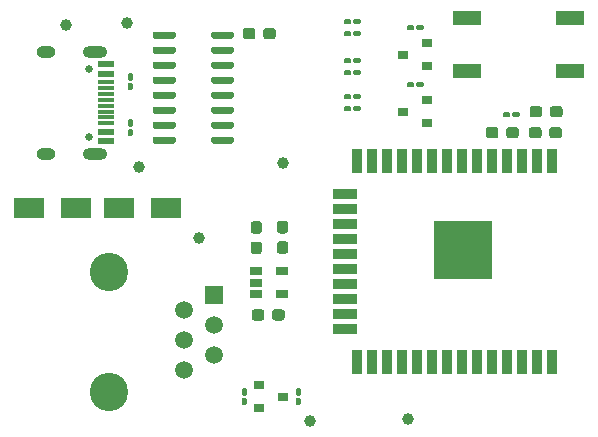
<source format=gts>
%TF.GenerationSoftware,KiCad,Pcbnew,5.1.10-88a1d61d58~90~ubuntu20.04.1*%
%TF.CreationDate,2021-11-06T01:12:53+01:00*%
%TF.ProjectId,e-meter-usb-c,652d6d65-7465-4722-9d75-73622d632e6b,rev?*%
%TF.SameCoordinates,Original*%
%TF.FileFunction,Soldermask,Top*%
%TF.FilePolarity,Negative*%
%FSLAX46Y46*%
G04 Gerber Fmt 4.6, Leading zero omitted, Abs format (unit mm)*
G04 Created by KiCad (PCBNEW 5.1.10-88a1d61d58~90~ubuntu20.04.1) date 2021-11-06 01:12:53*
%MOMM*%
%LPD*%
G01*
G04 APERTURE LIST*
%ADD10R,1.060000X0.650000*%
%ADD11R,0.900000X2.000000*%
%ADD12R,2.000000X0.900000*%
%ADD13R,5.000000X5.000000*%
%ADD14C,1.000000*%
%ADD15R,2.350000X1.300000*%
%ADD16R,0.900000X0.800000*%
%ADD17R,1.450000X0.600000*%
%ADD18R,1.450000X0.300000*%
%ADD19O,2.100000X1.000000*%
%ADD20C,0.650000*%
%ADD21O,1.600000X1.000000*%
%ADD22R,1.520000X1.520000*%
%ADD23C,3.250000*%
%ADD24C,1.520000*%
%ADD25R,2.500000X1.800000*%
G04 APERTURE END LIST*
%TO.C,U4*%
G36*
G01*
X124690000Y-28979000D02*
X124690000Y-28679000D01*
G75*
G02*
X124840000Y-28529000I150000J0D01*
G01*
X126490000Y-28529000D01*
G75*
G02*
X126640000Y-28679000I0J-150000D01*
G01*
X126640000Y-28979000D01*
G75*
G02*
X126490000Y-29129000I-150000J0D01*
G01*
X124840000Y-29129000D01*
G75*
G02*
X124690000Y-28979000I0J150000D01*
G01*
G37*
G36*
G01*
X124690000Y-30249000D02*
X124690000Y-29949000D01*
G75*
G02*
X124840000Y-29799000I150000J0D01*
G01*
X126490000Y-29799000D01*
G75*
G02*
X126640000Y-29949000I0J-150000D01*
G01*
X126640000Y-30249000D01*
G75*
G02*
X126490000Y-30399000I-150000J0D01*
G01*
X124840000Y-30399000D01*
G75*
G02*
X124690000Y-30249000I0J150000D01*
G01*
G37*
G36*
G01*
X124690000Y-31519000D02*
X124690000Y-31219000D01*
G75*
G02*
X124840000Y-31069000I150000J0D01*
G01*
X126490000Y-31069000D01*
G75*
G02*
X126640000Y-31219000I0J-150000D01*
G01*
X126640000Y-31519000D01*
G75*
G02*
X126490000Y-31669000I-150000J0D01*
G01*
X124840000Y-31669000D01*
G75*
G02*
X124690000Y-31519000I0J150000D01*
G01*
G37*
G36*
G01*
X124690000Y-32789000D02*
X124690000Y-32489000D01*
G75*
G02*
X124840000Y-32339000I150000J0D01*
G01*
X126490000Y-32339000D01*
G75*
G02*
X126640000Y-32489000I0J-150000D01*
G01*
X126640000Y-32789000D01*
G75*
G02*
X126490000Y-32939000I-150000J0D01*
G01*
X124840000Y-32939000D01*
G75*
G02*
X124690000Y-32789000I0J150000D01*
G01*
G37*
G36*
G01*
X124690000Y-34059000D02*
X124690000Y-33759000D01*
G75*
G02*
X124840000Y-33609000I150000J0D01*
G01*
X126490000Y-33609000D01*
G75*
G02*
X126640000Y-33759000I0J-150000D01*
G01*
X126640000Y-34059000D01*
G75*
G02*
X126490000Y-34209000I-150000J0D01*
G01*
X124840000Y-34209000D01*
G75*
G02*
X124690000Y-34059000I0J150000D01*
G01*
G37*
G36*
G01*
X124690000Y-35329000D02*
X124690000Y-35029000D01*
G75*
G02*
X124840000Y-34879000I150000J0D01*
G01*
X126490000Y-34879000D01*
G75*
G02*
X126640000Y-35029000I0J-150000D01*
G01*
X126640000Y-35329000D01*
G75*
G02*
X126490000Y-35479000I-150000J0D01*
G01*
X124840000Y-35479000D01*
G75*
G02*
X124690000Y-35329000I0J150000D01*
G01*
G37*
G36*
G01*
X124690000Y-36599000D02*
X124690000Y-36299000D01*
G75*
G02*
X124840000Y-36149000I150000J0D01*
G01*
X126490000Y-36149000D01*
G75*
G02*
X126640000Y-36299000I0J-150000D01*
G01*
X126640000Y-36599000D01*
G75*
G02*
X126490000Y-36749000I-150000J0D01*
G01*
X124840000Y-36749000D01*
G75*
G02*
X124690000Y-36599000I0J150000D01*
G01*
G37*
G36*
G01*
X124690000Y-37869000D02*
X124690000Y-37569000D01*
G75*
G02*
X124840000Y-37419000I150000J0D01*
G01*
X126490000Y-37419000D01*
G75*
G02*
X126640000Y-37569000I0J-150000D01*
G01*
X126640000Y-37869000D01*
G75*
G02*
X126490000Y-38019000I-150000J0D01*
G01*
X124840000Y-38019000D01*
G75*
G02*
X124690000Y-37869000I0J150000D01*
G01*
G37*
G36*
G01*
X119740000Y-37869000D02*
X119740000Y-37569000D01*
G75*
G02*
X119890000Y-37419000I150000J0D01*
G01*
X121540000Y-37419000D01*
G75*
G02*
X121690000Y-37569000I0J-150000D01*
G01*
X121690000Y-37869000D01*
G75*
G02*
X121540000Y-38019000I-150000J0D01*
G01*
X119890000Y-38019000D01*
G75*
G02*
X119740000Y-37869000I0J150000D01*
G01*
G37*
G36*
G01*
X119740000Y-36599000D02*
X119740000Y-36299000D01*
G75*
G02*
X119890000Y-36149000I150000J0D01*
G01*
X121540000Y-36149000D01*
G75*
G02*
X121690000Y-36299000I0J-150000D01*
G01*
X121690000Y-36599000D01*
G75*
G02*
X121540000Y-36749000I-150000J0D01*
G01*
X119890000Y-36749000D01*
G75*
G02*
X119740000Y-36599000I0J150000D01*
G01*
G37*
G36*
G01*
X119740000Y-35329000D02*
X119740000Y-35029000D01*
G75*
G02*
X119890000Y-34879000I150000J0D01*
G01*
X121540000Y-34879000D01*
G75*
G02*
X121690000Y-35029000I0J-150000D01*
G01*
X121690000Y-35329000D01*
G75*
G02*
X121540000Y-35479000I-150000J0D01*
G01*
X119890000Y-35479000D01*
G75*
G02*
X119740000Y-35329000I0J150000D01*
G01*
G37*
G36*
G01*
X119740000Y-34059000D02*
X119740000Y-33759000D01*
G75*
G02*
X119890000Y-33609000I150000J0D01*
G01*
X121540000Y-33609000D01*
G75*
G02*
X121690000Y-33759000I0J-150000D01*
G01*
X121690000Y-34059000D01*
G75*
G02*
X121540000Y-34209000I-150000J0D01*
G01*
X119890000Y-34209000D01*
G75*
G02*
X119740000Y-34059000I0J150000D01*
G01*
G37*
G36*
G01*
X119740000Y-32789000D02*
X119740000Y-32489000D01*
G75*
G02*
X119890000Y-32339000I150000J0D01*
G01*
X121540000Y-32339000D01*
G75*
G02*
X121690000Y-32489000I0J-150000D01*
G01*
X121690000Y-32789000D01*
G75*
G02*
X121540000Y-32939000I-150000J0D01*
G01*
X119890000Y-32939000D01*
G75*
G02*
X119740000Y-32789000I0J150000D01*
G01*
G37*
G36*
G01*
X119740000Y-31519000D02*
X119740000Y-31219000D01*
G75*
G02*
X119890000Y-31069000I150000J0D01*
G01*
X121540000Y-31069000D01*
G75*
G02*
X121690000Y-31219000I0J-150000D01*
G01*
X121690000Y-31519000D01*
G75*
G02*
X121540000Y-31669000I-150000J0D01*
G01*
X119890000Y-31669000D01*
G75*
G02*
X119740000Y-31519000I0J150000D01*
G01*
G37*
G36*
G01*
X119740000Y-30249000D02*
X119740000Y-29949000D01*
G75*
G02*
X119890000Y-29799000I150000J0D01*
G01*
X121540000Y-29799000D01*
G75*
G02*
X121690000Y-29949000I0J-150000D01*
G01*
X121690000Y-30249000D01*
G75*
G02*
X121540000Y-30399000I-150000J0D01*
G01*
X119890000Y-30399000D01*
G75*
G02*
X119740000Y-30249000I0J150000D01*
G01*
G37*
G36*
G01*
X119740000Y-28979000D02*
X119740000Y-28679000D01*
G75*
G02*
X119890000Y-28529000I150000J0D01*
G01*
X121540000Y-28529000D01*
G75*
G02*
X121690000Y-28679000I0J-150000D01*
G01*
X121690000Y-28979000D01*
G75*
G02*
X121540000Y-29129000I-150000J0D01*
G01*
X119890000Y-29129000D01*
G75*
G02*
X119740000Y-28979000I0J150000D01*
G01*
G37*
%TD*%
D10*
%TO.C,U1*%
X130703500Y-48834000D03*
X130703500Y-50734000D03*
X128503500Y-50734000D03*
X128503500Y-49784000D03*
X128503500Y-48834000D03*
%TD*%
D11*
%TO.C,U2*%
X153543000Y-56506000D03*
X152273000Y-56506000D03*
X151003000Y-56506000D03*
X149733000Y-56506000D03*
X148463000Y-56506000D03*
X147193000Y-56506000D03*
X145923000Y-56506000D03*
X144653000Y-56506000D03*
X143383000Y-56506000D03*
X142113000Y-56506000D03*
X140843000Y-56506000D03*
X139573000Y-56506000D03*
X138303000Y-56506000D03*
X137033000Y-56506000D03*
D12*
X136033000Y-53721000D03*
X136033000Y-52451000D03*
X136033000Y-51181000D03*
X136033000Y-49911000D03*
X136033000Y-48641000D03*
X136033000Y-47371000D03*
X136033000Y-46101000D03*
X136033000Y-44831000D03*
X136033000Y-43561000D03*
X136033000Y-42291000D03*
D11*
X137033000Y-39506000D03*
X138303000Y-39506000D03*
X139573000Y-39506000D03*
X140843000Y-39506000D03*
X142113000Y-39506000D03*
X143383000Y-39506000D03*
X144653000Y-39506000D03*
X145923000Y-39506000D03*
X147193000Y-39506000D03*
X148463000Y-39506000D03*
X149733000Y-39506000D03*
X151003000Y-39506000D03*
X152273000Y-39506000D03*
X153543000Y-39506000D03*
D13*
X146043000Y-47006000D03*
%TD*%
D14*
%TO.C,TP7*%
X141351000Y-61341000D03*
%TD*%
%TO.C,TP6*%
X133096000Y-61468000D03*
%TD*%
%TO.C,TP5*%
X130810000Y-39624000D03*
%TD*%
%TO.C,TP4*%
X112395000Y-27940000D03*
%TD*%
%TO.C,TP3*%
X123698000Y-45974000D03*
%TD*%
%TO.C,TP2*%
X118618000Y-40005000D03*
%TD*%
%TO.C,TP1*%
X117602000Y-27813000D03*
%TD*%
D15*
%TO.C,SW1*%
X146374000Y-31841000D03*
X146374000Y-27341000D03*
X155124000Y-27341000D03*
X155124000Y-31841000D03*
%TD*%
%TO.C,R11*%
G36*
G01*
X136742000Y-34136000D02*
X136742000Y-33936000D01*
G75*
G02*
X136842000Y-33836000I100000J0D01*
G01*
X137277000Y-33836000D01*
G75*
G02*
X137377000Y-33936000I0J-100000D01*
G01*
X137377000Y-34136000D01*
G75*
G02*
X137277000Y-34236000I-100000J0D01*
G01*
X136842000Y-34236000D01*
G75*
G02*
X136742000Y-34136000I0J100000D01*
G01*
G37*
G36*
G01*
X135927000Y-34136000D02*
X135927000Y-33936000D01*
G75*
G02*
X136027000Y-33836000I100000J0D01*
G01*
X136462000Y-33836000D01*
G75*
G02*
X136562000Y-33936000I0J-100000D01*
G01*
X136562000Y-34136000D01*
G75*
G02*
X136462000Y-34236000I-100000J0D01*
G01*
X136027000Y-34236000D01*
G75*
G02*
X135927000Y-34136000I0J100000D01*
G01*
G37*
%TD*%
%TO.C,R10*%
G36*
G01*
X150204000Y-35660000D02*
X150204000Y-35460000D01*
G75*
G02*
X150304000Y-35360000I100000J0D01*
G01*
X150739000Y-35360000D01*
G75*
G02*
X150839000Y-35460000I0J-100000D01*
G01*
X150839000Y-35660000D01*
G75*
G02*
X150739000Y-35760000I-100000J0D01*
G01*
X150304000Y-35760000D01*
G75*
G02*
X150204000Y-35660000I0J100000D01*
G01*
G37*
G36*
G01*
X149389000Y-35660000D02*
X149389000Y-35460000D01*
G75*
G02*
X149489000Y-35360000I100000J0D01*
G01*
X149924000Y-35360000D01*
G75*
G02*
X150024000Y-35460000I0J-100000D01*
G01*
X150024000Y-35660000D01*
G75*
G02*
X149924000Y-35760000I-100000J0D01*
G01*
X149489000Y-35760000D01*
G75*
G02*
X149389000Y-35660000I0J100000D01*
G01*
G37*
%TD*%
%TO.C,R9*%
G36*
G01*
X117756000Y-36766500D02*
X117956000Y-36766500D01*
G75*
G02*
X118056000Y-36866500I0J-100000D01*
G01*
X118056000Y-37301500D01*
G75*
G02*
X117956000Y-37401500I-100000J0D01*
G01*
X117756000Y-37401500D01*
G75*
G02*
X117656000Y-37301500I0J100000D01*
G01*
X117656000Y-36866500D01*
G75*
G02*
X117756000Y-36766500I100000J0D01*
G01*
G37*
G36*
G01*
X117756000Y-35951500D02*
X117956000Y-35951500D01*
G75*
G02*
X118056000Y-36051500I0J-100000D01*
G01*
X118056000Y-36486500D01*
G75*
G02*
X117956000Y-36586500I-100000J0D01*
G01*
X117756000Y-36586500D01*
G75*
G02*
X117656000Y-36486500I0J100000D01*
G01*
X117656000Y-36051500D01*
G75*
G02*
X117756000Y-35951500I100000J0D01*
G01*
G37*
%TD*%
%TO.C,R8*%
G36*
G01*
X117956000Y-32676000D02*
X117756000Y-32676000D01*
G75*
G02*
X117656000Y-32576000I0J100000D01*
G01*
X117656000Y-32141000D01*
G75*
G02*
X117756000Y-32041000I100000J0D01*
G01*
X117956000Y-32041000D01*
G75*
G02*
X118056000Y-32141000I0J-100000D01*
G01*
X118056000Y-32576000D01*
G75*
G02*
X117956000Y-32676000I-100000J0D01*
G01*
G37*
G36*
G01*
X117956000Y-33491000D02*
X117756000Y-33491000D01*
G75*
G02*
X117656000Y-33391000I0J100000D01*
G01*
X117656000Y-32956000D01*
G75*
G02*
X117756000Y-32856000I100000J0D01*
G01*
X117956000Y-32856000D01*
G75*
G02*
X118056000Y-32956000I0J-100000D01*
G01*
X118056000Y-33391000D01*
G75*
G02*
X117956000Y-33491000I-100000J0D01*
G01*
G37*
%TD*%
%TO.C,R7*%
G36*
G01*
X136742000Y-31088000D02*
X136742000Y-30888000D01*
G75*
G02*
X136842000Y-30788000I100000J0D01*
G01*
X137277000Y-30788000D01*
G75*
G02*
X137377000Y-30888000I0J-100000D01*
G01*
X137377000Y-31088000D01*
G75*
G02*
X137277000Y-31188000I-100000J0D01*
G01*
X136842000Y-31188000D01*
G75*
G02*
X136742000Y-31088000I0J100000D01*
G01*
G37*
G36*
G01*
X135927000Y-31088000D02*
X135927000Y-30888000D01*
G75*
G02*
X136027000Y-30788000I100000J0D01*
G01*
X136462000Y-30788000D01*
G75*
G02*
X136562000Y-30888000I0J-100000D01*
G01*
X136562000Y-31088000D01*
G75*
G02*
X136462000Y-31188000I-100000J0D01*
G01*
X136027000Y-31188000D01*
G75*
G02*
X135927000Y-31088000I0J100000D01*
G01*
G37*
%TD*%
%TO.C,R6*%
G36*
G01*
X141896000Y-32920000D02*
X141896000Y-33120000D01*
G75*
G02*
X141796000Y-33220000I-100000J0D01*
G01*
X141361000Y-33220000D01*
G75*
G02*
X141261000Y-33120000I0J100000D01*
G01*
X141261000Y-32920000D01*
G75*
G02*
X141361000Y-32820000I100000J0D01*
G01*
X141796000Y-32820000D01*
G75*
G02*
X141896000Y-32920000I0J-100000D01*
G01*
G37*
G36*
G01*
X142711000Y-32920000D02*
X142711000Y-33120000D01*
G75*
G02*
X142611000Y-33220000I-100000J0D01*
G01*
X142176000Y-33220000D01*
G75*
G02*
X142076000Y-33120000I0J100000D01*
G01*
X142076000Y-32920000D01*
G75*
G02*
X142176000Y-32820000I100000J0D01*
G01*
X142611000Y-32820000D01*
G75*
G02*
X142711000Y-32920000I0J-100000D01*
G01*
G37*
%TD*%
%TO.C,R5*%
G36*
G01*
X141896000Y-28094000D02*
X141896000Y-28294000D01*
G75*
G02*
X141796000Y-28394000I-100000J0D01*
G01*
X141361000Y-28394000D01*
G75*
G02*
X141261000Y-28294000I0J100000D01*
G01*
X141261000Y-28094000D01*
G75*
G02*
X141361000Y-27994000I100000J0D01*
G01*
X141796000Y-27994000D01*
G75*
G02*
X141896000Y-28094000I0J-100000D01*
G01*
G37*
G36*
G01*
X142711000Y-28094000D02*
X142711000Y-28294000D01*
G75*
G02*
X142611000Y-28394000I-100000J0D01*
G01*
X142176000Y-28394000D01*
G75*
G02*
X142076000Y-28294000I0J100000D01*
G01*
X142076000Y-28094000D01*
G75*
G02*
X142176000Y-27994000I100000J0D01*
G01*
X142611000Y-27994000D01*
G75*
G02*
X142711000Y-28094000I0J-100000D01*
G01*
G37*
%TD*%
%TO.C,R4*%
G36*
G01*
X132180000Y-59346000D02*
X131980000Y-59346000D01*
G75*
G02*
X131880000Y-59246000I0J100000D01*
G01*
X131880000Y-58811000D01*
G75*
G02*
X131980000Y-58711000I100000J0D01*
G01*
X132180000Y-58711000D01*
G75*
G02*
X132280000Y-58811000I0J-100000D01*
G01*
X132280000Y-59246000D01*
G75*
G02*
X132180000Y-59346000I-100000J0D01*
G01*
G37*
G36*
G01*
X132180000Y-60161000D02*
X131980000Y-60161000D01*
G75*
G02*
X131880000Y-60061000I0J100000D01*
G01*
X131880000Y-59626000D01*
G75*
G02*
X131980000Y-59526000I100000J0D01*
G01*
X132180000Y-59526000D01*
G75*
G02*
X132280000Y-59626000I0J-100000D01*
G01*
X132280000Y-60061000D01*
G75*
G02*
X132180000Y-60161000I-100000J0D01*
G01*
G37*
%TD*%
%TO.C,R3*%
G36*
G01*
X136742000Y-27786000D02*
X136742000Y-27586000D01*
G75*
G02*
X136842000Y-27486000I100000J0D01*
G01*
X137277000Y-27486000D01*
G75*
G02*
X137377000Y-27586000I0J-100000D01*
G01*
X137377000Y-27786000D01*
G75*
G02*
X137277000Y-27886000I-100000J0D01*
G01*
X136842000Y-27886000D01*
G75*
G02*
X136742000Y-27786000I0J100000D01*
G01*
G37*
G36*
G01*
X135927000Y-27786000D02*
X135927000Y-27586000D01*
G75*
G02*
X136027000Y-27486000I100000J0D01*
G01*
X136462000Y-27486000D01*
G75*
G02*
X136562000Y-27586000I0J-100000D01*
G01*
X136562000Y-27786000D01*
G75*
G02*
X136462000Y-27886000I-100000J0D01*
G01*
X136027000Y-27886000D01*
G75*
G02*
X135927000Y-27786000I0J100000D01*
G01*
G37*
%TD*%
%TO.C,R2*%
G36*
G01*
X127408000Y-59526000D02*
X127608000Y-59526000D01*
G75*
G02*
X127708000Y-59626000I0J-100000D01*
G01*
X127708000Y-60061000D01*
G75*
G02*
X127608000Y-60161000I-100000J0D01*
G01*
X127408000Y-60161000D01*
G75*
G02*
X127308000Y-60061000I0J100000D01*
G01*
X127308000Y-59626000D01*
G75*
G02*
X127408000Y-59526000I100000J0D01*
G01*
G37*
G36*
G01*
X127408000Y-58711000D02*
X127608000Y-58711000D01*
G75*
G02*
X127708000Y-58811000I0J-100000D01*
G01*
X127708000Y-59246000D01*
G75*
G02*
X127608000Y-59346000I-100000J0D01*
G01*
X127408000Y-59346000D01*
G75*
G02*
X127308000Y-59246000I0J100000D01*
G01*
X127308000Y-58811000D01*
G75*
G02*
X127408000Y-58711000I100000J0D01*
G01*
G37*
%TD*%
D16*
%TO.C,Q4*%
X140986000Y-35306000D03*
X142986000Y-34356000D03*
X142986000Y-36256000D03*
%TD*%
%TO.C,Q3*%
X140986000Y-30480000D03*
X142986000Y-29530000D03*
X142986000Y-31430000D03*
%TD*%
%TO.C,Q1*%
X130794000Y-59436000D03*
X128794000Y-60386000D03*
X128794000Y-58486000D03*
%TD*%
D17*
%TO.C,J2*%
X115805000Y-37794000D03*
X115805000Y-36994000D03*
X115805000Y-32094000D03*
X115805000Y-31294000D03*
X115805000Y-31294000D03*
X115805000Y-32094000D03*
X115805000Y-36994000D03*
X115805000Y-37794000D03*
D18*
X115805000Y-32794000D03*
X115805000Y-33294000D03*
X115805000Y-33794000D03*
X115805000Y-34794000D03*
X115805000Y-35294000D03*
X115805000Y-35794000D03*
X115805000Y-36294000D03*
X115805000Y-34294000D03*
D19*
X114890000Y-38864000D03*
X114890000Y-30224000D03*
D20*
X114360000Y-31654000D03*
D21*
X110710000Y-30224000D03*
D20*
X114360000Y-37434000D03*
D21*
X110710000Y-38864000D03*
%TD*%
D22*
%TO.C,J1*%
X124968000Y-50800000D03*
D23*
X116078000Y-48890000D03*
D24*
X122428000Y-52070000D03*
X124968000Y-53340000D03*
X122428000Y-54610000D03*
X124968000Y-55880000D03*
X122428000Y-57150000D03*
D23*
X116078000Y-59050000D03*
%TD*%
%TO.C,D5*%
G36*
G01*
X136562000Y-34952000D02*
X136562000Y-35152000D01*
G75*
G02*
X136462000Y-35252000I-100000J0D01*
G01*
X136027000Y-35252000D01*
G75*
G02*
X135927000Y-35152000I0J100000D01*
G01*
X135927000Y-34952000D01*
G75*
G02*
X136027000Y-34852000I100000J0D01*
G01*
X136462000Y-34852000D01*
G75*
G02*
X136562000Y-34952000I0J-100000D01*
G01*
G37*
G36*
G01*
X137377000Y-34952000D02*
X137377000Y-35152000D01*
G75*
G02*
X137277000Y-35252000I-100000J0D01*
G01*
X136842000Y-35252000D01*
G75*
G02*
X136742000Y-35152000I0J100000D01*
G01*
X136742000Y-34952000D01*
G75*
G02*
X136842000Y-34852000I100000J0D01*
G01*
X137277000Y-34852000D01*
G75*
G02*
X137377000Y-34952000I0J-100000D01*
G01*
G37*
%TD*%
%TO.C,D4*%
G36*
G01*
X136562000Y-31904000D02*
X136562000Y-32104000D01*
G75*
G02*
X136462000Y-32204000I-100000J0D01*
G01*
X136027000Y-32204000D01*
G75*
G02*
X135927000Y-32104000I0J100000D01*
G01*
X135927000Y-31904000D01*
G75*
G02*
X136027000Y-31804000I100000J0D01*
G01*
X136462000Y-31804000D01*
G75*
G02*
X136562000Y-31904000I0J-100000D01*
G01*
G37*
G36*
G01*
X137377000Y-31904000D02*
X137377000Y-32104000D01*
G75*
G02*
X137277000Y-32204000I-100000J0D01*
G01*
X136842000Y-32204000D01*
G75*
G02*
X136742000Y-32104000I0J100000D01*
G01*
X136742000Y-31904000D01*
G75*
G02*
X136842000Y-31804000I100000J0D01*
G01*
X137277000Y-31804000D01*
G75*
G02*
X137377000Y-31904000I0J-100000D01*
G01*
G37*
%TD*%
%TO.C,D3*%
G36*
G01*
X136562000Y-28602000D02*
X136562000Y-28802000D01*
G75*
G02*
X136462000Y-28902000I-100000J0D01*
G01*
X136027000Y-28902000D01*
G75*
G02*
X135927000Y-28802000I0J100000D01*
G01*
X135927000Y-28602000D01*
G75*
G02*
X136027000Y-28502000I100000J0D01*
G01*
X136462000Y-28502000D01*
G75*
G02*
X136562000Y-28602000I0J-100000D01*
G01*
G37*
G36*
G01*
X137377000Y-28602000D02*
X137377000Y-28802000D01*
G75*
G02*
X137277000Y-28902000I-100000J0D01*
G01*
X136842000Y-28902000D01*
G75*
G02*
X136742000Y-28802000I0J100000D01*
G01*
X136742000Y-28602000D01*
G75*
G02*
X136842000Y-28502000I100000J0D01*
G01*
X137277000Y-28502000D01*
G75*
G02*
X137377000Y-28602000I0J-100000D01*
G01*
G37*
%TD*%
D25*
%TO.C,D2*%
X109284000Y-43434000D03*
X113284000Y-43434000D03*
%TD*%
%TO.C,D1*%
X116872000Y-43434000D03*
X120872000Y-43434000D03*
%TD*%
%TO.C,C7*%
G36*
G01*
X149027000Y-36846500D02*
X149027000Y-37321500D01*
G75*
G02*
X148789500Y-37559000I-237500J0D01*
G01*
X148189500Y-37559000D01*
G75*
G02*
X147952000Y-37321500I0J237500D01*
G01*
X147952000Y-36846500D01*
G75*
G02*
X148189500Y-36609000I237500J0D01*
G01*
X148789500Y-36609000D01*
G75*
G02*
X149027000Y-36846500I0J-237500D01*
G01*
G37*
G36*
G01*
X150752000Y-36846500D02*
X150752000Y-37321500D01*
G75*
G02*
X150514500Y-37559000I-237500J0D01*
G01*
X149914500Y-37559000D01*
G75*
G02*
X149677000Y-37321500I0J237500D01*
G01*
X149677000Y-36846500D01*
G75*
G02*
X149914500Y-36609000I237500J0D01*
G01*
X150514500Y-36609000D01*
G75*
G02*
X150752000Y-36846500I0J-237500D01*
G01*
G37*
%TD*%
%TO.C,C6*%
G36*
G01*
X128453000Y-28464500D02*
X128453000Y-28939500D01*
G75*
G02*
X128215500Y-29177000I-237500J0D01*
G01*
X127615500Y-29177000D01*
G75*
G02*
X127378000Y-28939500I0J237500D01*
G01*
X127378000Y-28464500D01*
G75*
G02*
X127615500Y-28227000I237500J0D01*
G01*
X128215500Y-28227000D01*
G75*
G02*
X128453000Y-28464500I0J-237500D01*
G01*
G37*
G36*
G01*
X130178000Y-28464500D02*
X130178000Y-28939500D01*
G75*
G02*
X129940500Y-29177000I-237500J0D01*
G01*
X129340500Y-29177000D01*
G75*
G02*
X129103000Y-28939500I0J237500D01*
G01*
X129103000Y-28464500D01*
G75*
G02*
X129340500Y-28227000I237500J0D01*
G01*
X129940500Y-28227000D01*
G75*
G02*
X130178000Y-28464500I0J-237500D01*
G01*
G37*
%TD*%
%TO.C,C5*%
G36*
G01*
X153386500Y-35543500D02*
X153386500Y-35068500D01*
G75*
G02*
X153624000Y-34831000I237500J0D01*
G01*
X154224000Y-34831000D01*
G75*
G02*
X154461500Y-35068500I0J-237500D01*
G01*
X154461500Y-35543500D01*
G75*
G02*
X154224000Y-35781000I-237500J0D01*
G01*
X153624000Y-35781000D01*
G75*
G02*
X153386500Y-35543500I0J237500D01*
G01*
G37*
G36*
G01*
X151661500Y-35543500D02*
X151661500Y-35068500D01*
G75*
G02*
X151899000Y-34831000I237500J0D01*
G01*
X152499000Y-34831000D01*
G75*
G02*
X152736500Y-35068500I0J-237500D01*
G01*
X152736500Y-35543500D01*
G75*
G02*
X152499000Y-35781000I-237500J0D01*
G01*
X151899000Y-35781000D01*
G75*
G02*
X151661500Y-35543500I0J237500D01*
G01*
G37*
%TD*%
%TO.C,C4*%
G36*
G01*
X153333500Y-37321500D02*
X153333500Y-36846500D01*
G75*
G02*
X153571000Y-36609000I237500J0D01*
G01*
X154171000Y-36609000D01*
G75*
G02*
X154408500Y-36846500I0J-237500D01*
G01*
X154408500Y-37321500D01*
G75*
G02*
X154171000Y-37559000I-237500J0D01*
G01*
X153571000Y-37559000D01*
G75*
G02*
X153333500Y-37321500I0J237500D01*
G01*
G37*
G36*
G01*
X151608500Y-37321500D02*
X151608500Y-36846500D01*
G75*
G02*
X151846000Y-36609000I237500J0D01*
G01*
X152446000Y-36609000D01*
G75*
G02*
X152683500Y-36846500I0J-237500D01*
G01*
X152683500Y-37321500D01*
G75*
G02*
X152446000Y-37559000I-237500J0D01*
G01*
X151846000Y-37559000D01*
G75*
G02*
X151608500Y-37321500I0J237500D01*
G01*
G37*
%TD*%
%TO.C,C3*%
G36*
G01*
X130984000Y-45622500D02*
X130509000Y-45622500D01*
G75*
G02*
X130271500Y-45385000I0J237500D01*
G01*
X130271500Y-44785000D01*
G75*
G02*
X130509000Y-44547500I237500J0D01*
G01*
X130984000Y-44547500D01*
G75*
G02*
X131221500Y-44785000I0J-237500D01*
G01*
X131221500Y-45385000D01*
G75*
G02*
X130984000Y-45622500I-237500J0D01*
G01*
G37*
G36*
G01*
X130984000Y-47347500D02*
X130509000Y-47347500D01*
G75*
G02*
X130271500Y-47110000I0J237500D01*
G01*
X130271500Y-46510000D01*
G75*
G02*
X130509000Y-46272500I237500J0D01*
G01*
X130984000Y-46272500D01*
G75*
G02*
X131221500Y-46510000I0J-237500D01*
G01*
X131221500Y-47110000D01*
G75*
G02*
X130984000Y-47347500I-237500J0D01*
G01*
G37*
%TD*%
%TO.C,C2*%
G36*
G01*
X129215000Y-52277000D02*
X129215000Y-52752000D01*
G75*
G02*
X128977500Y-52989500I-237500J0D01*
G01*
X128377500Y-52989500D01*
G75*
G02*
X128140000Y-52752000I0J237500D01*
G01*
X128140000Y-52277000D01*
G75*
G02*
X128377500Y-52039500I237500J0D01*
G01*
X128977500Y-52039500D01*
G75*
G02*
X129215000Y-52277000I0J-237500D01*
G01*
G37*
G36*
G01*
X130940000Y-52277000D02*
X130940000Y-52752000D01*
G75*
G02*
X130702500Y-52989500I-237500J0D01*
G01*
X130102500Y-52989500D01*
G75*
G02*
X129865000Y-52752000I0J237500D01*
G01*
X129865000Y-52277000D01*
G75*
G02*
X130102500Y-52039500I237500J0D01*
G01*
X130702500Y-52039500D01*
G75*
G02*
X130940000Y-52277000I0J-237500D01*
G01*
G37*
%TD*%
%TO.C,C1*%
G36*
G01*
X128761500Y-45649000D02*
X128286500Y-45649000D01*
G75*
G02*
X128049000Y-45411500I0J237500D01*
G01*
X128049000Y-44811500D01*
G75*
G02*
X128286500Y-44574000I237500J0D01*
G01*
X128761500Y-44574000D01*
G75*
G02*
X128999000Y-44811500I0J-237500D01*
G01*
X128999000Y-45411500D01*
G75*
G02*
X128761500Y-45649000I-237500J0D01*
G01*
G37*
G36*
G01*
X128761500Y-47374000D02*
X128286500Y-47374000D01*
G75*
G02*
X128049000Y-47136500I0J237500D01*
G01*
X128049000Y-46536500D01*
G75*
G02*
X128286500Y-46299000I237500J0D01*
G01*
X128761500Y-46299000D01*
G75*
G02*
X128999000Y-46536500I0J-237500D01*
G01*
X128999000Y-47136500D01*
G75*
G02*
X128761500Y-47374000I-237500J0D01*
G01*
G37*
%TD*%
M02*

</source>
